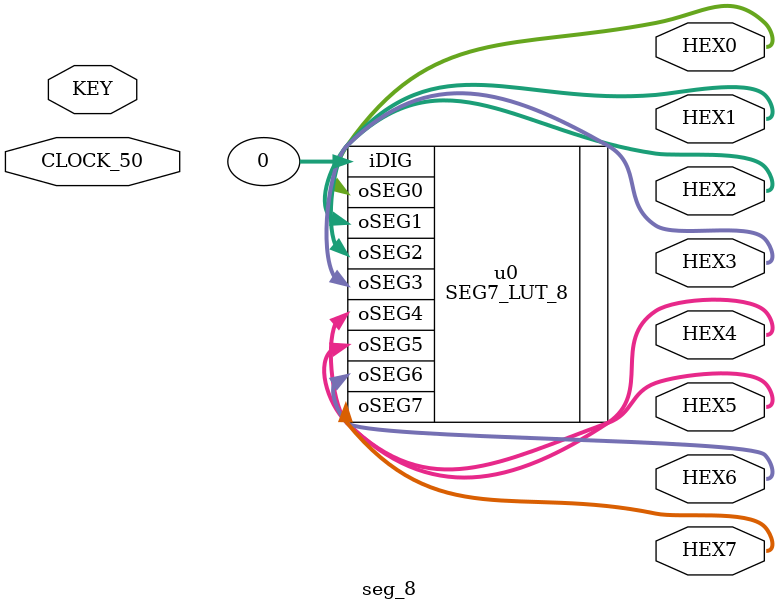
<source format=v>

module seg_8(

	//////// CLOCK //////////
	CLOCK_50,
  
	//////// KEY //////////
	KEY,

	//////// SEG7 //////////
	HEX0,
	HEX1,
	HEX2,
	HEX3,
	HEX4,
	HEX5,
	HEX6,
	HEX7,

);

//=======================================================
//  PARAMETER declarations
//=======================================================


//=======================================================
//  PORT declarations
//=======================================================

//////////// CLOCK //////////
input		          		CLOCK_50;


//////////// KEY //////////
input		      [3:0]		KEY;


//////////// SEG7 //////////
output		   [6:0]		HEX0;
output		   [6:0]		HEX1;
output		   [6:0]		HEX2;
output		   [6:0]		HEX3;
output		   [6:0]		HEX4;
output		   [6:0]		HEX5;
output		   [6:0]		HEX6;
output		   [6:0]		HEX7;


///////////////////////////////////////////////////////////////////
//=============================================================================
// REG/WIRE declarations
//=============================================================================

// parameter  counter_num = 50_000_000 / 1000 / 2 -1;



// wire [31:0]	mSEG7_DIG;
// reg  [31:0]	Cont;

//=============================================================================
// Structural coding
//=============================================================================
// initial //
//

// always@(posedge CLOCK_50 or negedge KEY[0])
//     begin
//         if(!KEY[0])
// 			 Cont	<=	0;
//         else
//         	begin
// 	        	if(Cont < counter_num)
// 	        		Cont	<=	Cont+1;
// 	        	else
// 				 Cont	<=	0;
//     		end
//     end


// assign	mSEG7_DIG	=	{	4'd0,4'd0,4'd0,4'd0,
// 							4'd0,4'd0,4'd0,4'd0	};

		//8个数码管上显示一样的信息；
		//选择27：24的原因是计数延时，（2**24 -1）计数一次   次数乘以20 ns= 0.33s

//	7 segment LUT
SEG7_LUT_8 			u0	(	.oSEG0(HEX0),
							.oSEG1(HEX1),
							.oSEG2(HEX2),
							.oSEG3(HEX3),
							.oSEG4(HEX4),
							.oSEG5(HEX5),
							.oSEG6(HEX6),
							.oSEG7(HEX7),
							.iDIG({	4'd0,4'd0,4'd0,4'd0,4'd0,4'd0,4'd0,4'd0	}) );
							// .iDIG(mSEG7_DIG) );
// 最后一位参数是各个位上显示的值
endmodule

</source>
